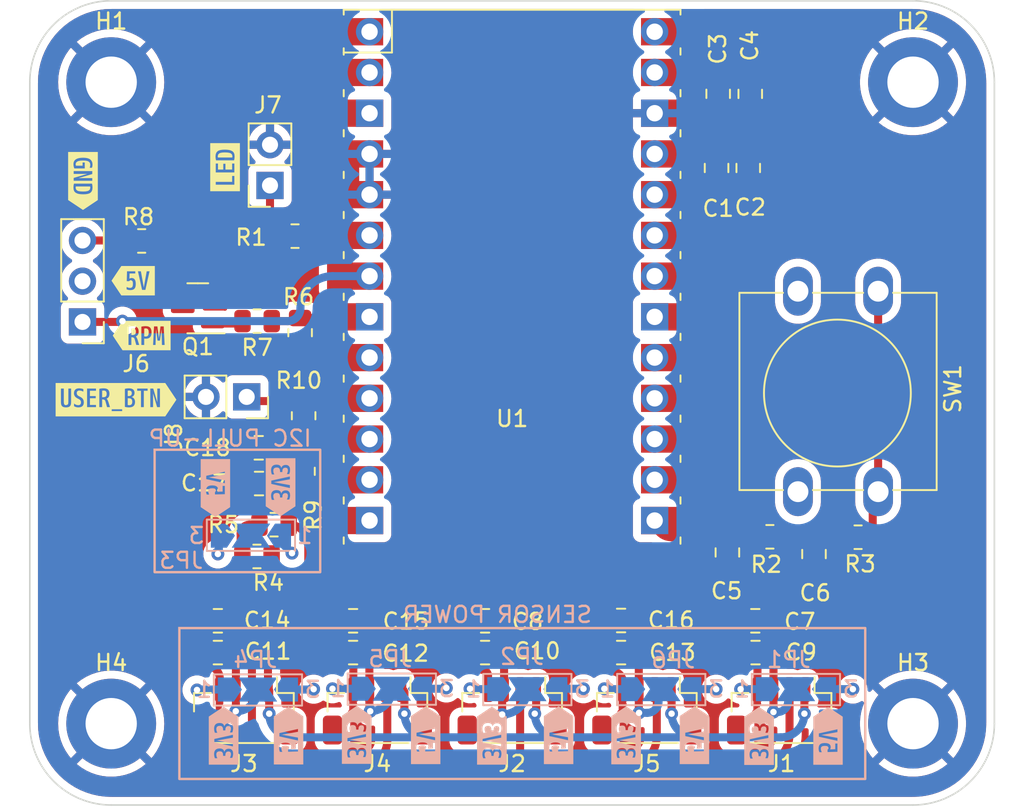
<source format=kicad_pcb>
(kicad_pcb (version 20211014) (generator pcbnew)
  (layers (0 "F.Cu" signal) (1 "In1.Cu" signal) (2 "In2.Cu" signal) (31 "B.Cu" signal) (34 "B.Paste" user) (35 "F.Paste" user) (36 "B.SilkS" user "B.Silkscreen") (37 "F.SilkS" user "F.Silkscreen") (38 "B.Mask" user) (39 "F.Mask" user) (44 "Edge.Cuts" user))
  (net 0 "")
  (net 1 "+3V3")
  (net 2 "GND")
  (net 3 "VBUS")
  (net 4 "Net-(C7-Pad1)")
  (net 5 "Net-(C12-Pad1)")
  (net 6 "Net-(C10-Pad1)")
  (net 7 "Net-(C11-Pad1)")
  (net 8 "Net-(C5-Pad1)")
  (net 9 "Net-(U1-Pad13)")
  (net 13 "Net-(C18-Pad1)")
  (net 14 "Net-(Q1-Pad1)")
  (net 19 "Net-(U1-Pad7)")
  (net 20 "Net-(R8-Pad2)")
  (net 30 "Net-(C6-Pad1)")
  (net 31 "Net-(C13-Pad1)")
  (net 32 "/I2C/I2C.SDA")
  (net 33 "/I2C/I2C.SCL")
  (net 34 "Net-(R3-Pad2)")
  (net 35 "Net-(R1-Pad2)")
  (net 36 "Net-(J8-Pad1)")
  (net 37 "Net-(JP3-Pad2)")
  (net 38 "Net-(Q1-Pad3)")
  (net 39 "Net-(R1-Pad1)")
  (net 40 "Net-(R6-Pad2)")
  (footprint "Capacitor_SMD:C_0805_2012Metric" (layer "F.Cu") (at 104.2162 70.0278 180)
    (fp_text reference "C17")
    (fp_text value "1u")
  )
  (footprint "Capacitor_SMD:C_0805_2012Metric" (layer "F.Cu") (at 135.1636 78.5876 180)
    (fp_text reference "C7")
    (fp_text value "10u")
  )
  (footprint "MountingHole:MountingHole_3.2mm_M3_DIN965_Pad" (layer "F.Cu") (at 145 85)
    (fp_text reference "H3")
    (fp_text value "MountingHole_Pad")
  )
  (footprint "Capacitor_SMD:C_0805_2012Metric" (layer "F.Cu") (at 132.75 50.35 90)
    (fp_text reference "C1")
    (fp_text value "1u")
  )
  (footprint "Connector_JST:JST_SH_BM04B-SRSS-TB_1x04-1MP_P1.00mm_Vertical" (layer "F.Cu") (at 136.8 84.2 180)
    (fp_text reference "J1")
    (fp_text value "Conn_01x04")
  )
  (footprint "Connector_JST:JST_SH_BM04B-SRSS-TB_1x04-1MP_P1.00mm_Vertical" (layer "F.Cu") (at 128.4 84.2 180)
    (fp_text reference "J5")
    (fp_text value "Conn_01x04")
  )
  (footprint "Capacitor_SMD:C_0805_2012Metric" (layer "F.Cu") (at 118.3132 80.5688 180)
    (fp_text reference "C10")
    (fp_text value "1u")
  )
  (footprint "kibuzzard-637AF59B" (layer "F.Cu") (at 95.3 64.8)
    (fp_text reference "kibuzzard-637AF59B" hide)
    (fp_text value "G***" hide)
  )
  (footprint "Resistor_SMD:R_0805_2012Metric" (layer "F.Cu") (at 104.0892 74.5744)
    (fp_text reference "R4")
    (fp_text value "4.7K")
  )
  (footprint "MountingHole:MountingHole_3.2mm_M3_DIN965_Pad" (layer "F.Cu") (at 95 85)
    (fp_text reference "H4")
    (fp_text value "MountingHole_Pad")
  )
  (footprint "Connector_JST:JST_SH_BM04B-SRSS-TB_1x04-1MP_P1.00mm_Vertical" (layer "F.Cu") (at 120 84.2 180)
    (fp_text reference "J2")
    (fp_text value "Conn_01x04")
  )
  (footprint "Capacitor_SMD:C_0805_2012Metric" (layer "F.Cu") (at 138.825 74.425 -90)
    (fp_text reference "C6")
    (fp_text value "1u")
  )
  (footprint "Capacitor_SMD:C_0805_2012Metric" (layer "F.Cu") (at 101.6508 80.5688 180)
    (fp_text reference "C11")
    (fp_text value "1u")
  )
  (footprint "Capacitor_SMD:C_0805_2012Metric" (layer "F.Cu") (at 104.2 67.8 180)
    (fp_text reference "C18")
    (fp_text value "1u")
  )
  (footprint "kibuzzard-637AF633" (layer "F.Cu") (at 96.9 60.8)
    (fp_text reference "kibuzzard-637AF633" hide)
    (fp_text value "G***" hide)
  )
  (footprint "Connector_JST:JST_SH_BM04B-SRSS-TB_1x04-1MP_P1.00mm_Vertical" (layer "F.Cu") (at 103.275 84.2 180)
    (fp_text reference "J3")
    (fp_text value "Conn_01x04")
  )
  (footprint "KB2040:RPi_KB2040_SMD_TH" (layer "F.Cu") (at 120 65.9844)
    (fp_text reference "U1")
    (fp_text value "KB2040")
  )
  (footprint "Resistor_SMD:R_0805_2012Metric" (layer "F.Cu") (at 106.78 60.62 90)
    (fp_text reference "R6")
    (fp_text value "1k")
  )
  (footprint "Resistor_SMD:R_0805_2012Metric" (layer "F.Cu") (at 136.075 73.35)
    (fp_text reference "R2")
    (fp_text value "10k")
  )
  (footprint "Capacitor_SMD:C_0805_2012Metric" (layer "F.Cu") (at 101.6508 78.5876 180)
    (fp_text reference "C14")
    (fp_text value "10u")
  )
  (footprint "Capacitor_SMD:C_0805_2012Metric" (layer "F.Cu") (at 134.725 50.35 90)
    (fp_text reference "C2")
    (fp_text value "10u")
  )
  (footprint "Connector_PinSocket_2.54mm:PinSocket_1x02_P2.54mm_Vertical" (layer "F.Cu") (at 104.9024 51.4404 180)
    (fp_text reference "J7")
    (fp_text value "LED")
  )
  (footprint "MountingHole:MountingHole_3.2mm_M3_DIN965_Pad" (layer "F.Cu") (at 95 45)
    (fp_text reference "H1")
    (fp_text value "MountingHole_Pad")
  )
  (footprint "Capacitor_SMD:C_0805_2012Metric" (layer "F.Cu") (at 110.0836 80.5688 180)
    (fp_text reference "C12")
    (fp_text value "1u")
  )
  (footprint "Connector_JST:JST_SH_BM04B-SRSS-TB_1x04-1MP_P1.00mm_Vertical" (layer "F.Cu") (at 111.6 84.2 180)
    (fp_text reference "J4")
    (fp_text value "Conn_01x04")
  )
  (footprint "kibuzzard-6378F2ED" (layer "F.Cu") (at 93.24 51.16 -90)
    (fp_text reference "kibuzzard-6378F2ED" hide)
    (fp_text value "G***" hide)
  )
  (footprint "Resistor_SMD:R_0805_2012Metric" (layer "F.Cu") (at 107 65.8 90)
    (fp_text reference "R10")
    (fp_text value "10k")
  )
  (footprint "Capacitor_SMD:C_0805_2012Metric" (layer "F.Cu") (at 133.425 74.325 -90)
    (fp_text reference "C5")
    (fp_text value "1u")
  )
  (footprint "MountingHole:MountingHole_3.2mm_M3_DIN965_Pad" (layer "F.Cu") (at 145 45)
    (fp_text reference "H2")
    (fp_text value "MountingHole_Pad")
  )
  (footprint "Resistor_SMD:R_0805_2012Metric" (layer "F.Cu") (at 106.9594 69.2658 90)
    (fp_text reference "R9")
    (fp_text value "10k")
  )
  (footprint "Capacitor_SMD:C_0805_2012Metric" (layer "F.Cu") (at 118.3132 78.5876 180)
    (fp_text reference "C8")
    (fp_text value "10u")
  )
  (footprint "kibuzzard-6378F316" (layer "F.Cu") (at 96.37 57.38)
    (fp_text reference "kibuzzard-6378F316" hide)
    (fp_text value "G***" hide)
  )
  (footprint "Capacitor_SMD:C_0805_2012Metric" (layer "F.Cu") (at 135.1788 80.5688 180)
    (fp_text reference "C9")
    (fp_text value "1u")
  )
  (footprint "Resistor_SMD:R_0805_2012Metric" (layer "F.Cu") (at 104.1 59.9 180)
    (fp_text reference "R7")
    (fp_text value "1k")
  )
  (footprint "Connector_PinSocket_2.54mm:PinSocket_1x02_P2.54mm_Vertical" (layer "F.Cu") (at 103.45 64.625 -90)
    (fp_text reference "J8")
    (fp_text value "USER BUTTON")
  )
  (footprint "Connector_PinHeader_2.54mm:PinHeader_1x03_P2.54mm_Vertical" (layer "F.Cu") (at 93.21 59.95 180)
    (fp_text reference "J6")
    (fp_text value "Conn_01x03")
  )
  (footprint "Button_Switch_THT:SW_PUSH-12mm" (layer "F.Cu") (at 142.825 58.035 -90)
    (fp_text reference "SW1")
    (fp_text value "SW_Push")
  )
  (footprint "Capacitor_SMD:C_0805_2012Metric" (layer "F.Cu") (at 126.7968 80.5688 180)
    (fp_text reference "C13")
    (fp_text value "1u")
  )
  (footprint "Resistor_SMD:R_0805_2012Metric" (layer "F.Cu") (at 96.9 54.9 180)
    (fp_text reference "R8")
    (fp_text value "1k")
  )
  (footprint "Capacitor_SMD:C_0805_2012Metric" (layer "F.Cu") (at 110.0836 78.5876 180)
    (fp_text reference "C15")
    (fp_text value "10u")
  )
  (footprint "Package_TO_SOT_SMD:SOT-23" (layer "F.Cu") (at 100.4 59.1 180)
    (fp_text reference "Q1")
    (fp_text value "BSS138")
  )
  (footprint "Resistor_SMD:R_0805_2012Metric" (layer "F.Cu") (at 105.156 72.5932)
    (fp_text reference "R5")
    (fp_text value "4.7K")
  )
  (footprint "Resistor_SMD:R_0805_2012Metric" (layer "F.Cu") (at 106.4625 54.6 180)
    (fp_text reference "R1")
    (fp_text value "500")
  )
  (footprint "Capacitor_SMD:C_0805_2012Metric" (layer "F.Cu") (at 126.7968 78.5688 180)
    (fp_text reference "C16")
    (fp_text value "10u")
  )
  (footprint "Capacitor_SMD:C_0805_2012Metric" (layer "F.Cu") (at 132.85 45.725 -90)
    (fp_text reference "C3")
    (fp_text value "1u")
  )
  (footprint "Resistor_SMD:R_0805_2012Metric" (layer "F.Cu") (at 141.575 73.375)
    (fp_text reference "R3")
    (fp_text value "10k")
  )
  (footprint "Capacitor_SMD:C_0805_2012Metric" (layer "F.Cu") (at 134.85 45.73 -90)
    (fp_text reference "C4")
    (fp_text value "10u")
  )
  (footprint "kibuzzard-637AF646" (layer "F.Cu") (at 102.1 50.3 90)
    (fp_text reference "kibuzzard-637AF646" hide)
    (fp_text value "G***" hide)
  )
  (footprint "kibuzzard-6378EBEC" (layer "B.Cu") (at 139.7 85.76 90)
    (fp_text reference "kibuzzard-6378EBEC" hide)
    (fp_text value "G***" hide)
  )
  (footprint "kibuzzard-6378EB76" (layer "B.Cu") (at 110.31 85.7 90)
    (fp_text reference "kibuzzard-6378EB76" hide)
    (fp_text value "G***" hide)
  )
  (footprint "kibuzzard-6378EB76" (layer "B.Cu") (at 127.11 85.73 90)
    (fp_text reference "kibuzzard-6378EB76" hide)
    (fp_text value "G***" hide)
  )
  (footprint "kibuzzard-6378EB76" (layer "B.Cu") (at 118.74 85.75 90)
    (fp_text reference "kibuzzard-6378EB76" hide)
    (fp_text value "G***" hide)
  )
  (footprint "Jumper:SolderJumper-3_P2.0mm_Open_TrianglePad1.0x1.5mm_NumberLabels" (layer "B.Cu") (at 103.7136 73.279 180)
    (fp_text reference "JP3")
    (fp_text value "SolderJumper_3_Open")
  )
  (footprint "Jumper:SolderJumper-3_P2.0mm_Open_TrianglePad1.0x1.5mm_NumberLabels" (layer "B.Cu") (at 129.3 82.85)
    (fp_text reference "JP6")
    (fp_text value "SolderJumper_3_Open")
  )
  (footprint "kibuzzard-6378F9DB" (layer "B.Cu") (at 105.5624 70.2564 90)
    (fp_text reference "kibuzzard-6378F9DB" hide)
    (fp_text value "G***" hide)
  )
  (footprint "kibuzzard-6378EBEC" (layer "B.Cu") (at 114.61 85.72 90)
    (fp_text reference "kibuzzard-6378EBEC" hide)
    (fp_text value "G***" hide)
  )
  (footprint "Jumper:SolderJumper-3_P2.0mm_Open_TrianglePad1.0x1.5mm_NumberLabels" (layer "B.Cu") (at 112.5 82.825)
    (fp_text reference "JP5")
    (fp_text value "SolderJumper_3_Open")
  )
  (footprint "Jumper:SolderJumper-3_P2.0mm_Open_TrianglePad1.0x1.5mm_NumberLabels" (layer "B.Cu") (at 104.15 82.875)
    (fp_text reference "JP4")
    (fp_text value "SolderJumper_3_Open")
  )
  (footprint "kibuzzard-6378EBEC" (layer "B.Cu") (at 122.9 85.72 90)
    (fp_text reference "kibuzzard-6378EBEC" hide)
    (fp_text value "G***" hide)
  )
  (footprint "kibuzzard-6378EB76" (layer "B.Cu") (at 102.01 85.75 90)
    (fp_text reference "kibuzzard-6378EB76" hide)
    (fp_text value "G***" hide)
  )
  (footprint "kibuzzard-6378EBEC" (layer "B.Cu") (at 131.37 85.72 90)
    (fp_text reference "kibuzzard-6378EBEC" hide)
    (fp_text value "G***" hide)
  )
  (footprint "kibuzzard-6378EB76" (layer "B.Cu") (at 135.4 85.77 90)
    (fp_text reference "kibuzzard-6378EB76" hide)
    (fp_text value "G***" hide)
  )
  (footprint "Jumper:SolderJumper-3_P2.0mm_Open_TrianglePad1.0x1.5mm_NumberLabels" (layer "B.Cu") (at 137.7 82.85)
    (fp_text reference "JP1")
    (fp_text value "SolderJumper_3_Open")
  )
  (footprint "kibuzzard-6378ECA4" (layer "B.Cu") (at 101.4984 70.3072 90)
    (fp_text reference "kibuzzard-6378ECA4" hide)
    (fp_text value "G***" hide)
  )
  (footprint "Jumper:SolderJumper-3_P2.0mm_Open_TrianglePad1.0x1.5mm_NumberLabels" (layer "B.Cu") (at 120.95 82.85)
    (fp_text reference "JP2")
    (fp_text value "SolderJumper_3_Open")
  )
  (footprint "kibuzzard-6378EBEC" (layer "B.Cu") (at 106.06 85.74 90)
    (fp_text reference "kibuzzard-6378EBEC" hide)
    (fp_text value "G***" hide)
  )
  (gr_rect (start 99.25 79.04) (end 142.02 88.45) (layer "B.SilkS") (width 0.15) (fill none))
  (gr_rect (start 97.7072 67.9196) (end 108.0328 75.554) (layer "B.SilkS") (width 0.15) (fill none))
  (gr_line (start 145 90.075) (end 95 90.075) (layer "Edge.Cuts") (width 0.1))
  (gr_arc (start 150.075 85) (mid 148.588567 88.588567) (end 145 90.075) (layer "Edge.Cuts") (width 0.1))
  (gr_arc (start 95 90.075) (mid 91.411433 88.588567) (end 89.925 85) (layer "Edge.Cuts") (width 0.1))
  (gr_line (start 89.925 85) (end 89.925 45) (layer "Edge.Cuts") (width 0.1))
  (gr_line (start 150.075 45) (end 150.075 85) (layer "Edge.Cuts") (width 0.1))
  (gr_arc (start 89.925 45) (mid 91.411433 41.411433) (end 95 39.925) (layer "Edge.Cuts") (width 0.1))
  (gr_line (start 95 39.925) (end 145 39.925) (layer "Edge.Cuts") (width 0.1))
  (gr_arc (start 145 39.925) (mid 148.588567 41.411433) (end 150.075 45) (layer "Edge.Cuts") (width 0.1))
  (gr_text "SENSOR POWER" (at 119.09 78.2) (layer "B.SilkS") (effects (font (size 1 1)) (justify mirror)))
  (gr_text "I2C PULL-UP" (at 102.4128 67.2084) (layer "B.SilkS") (effects (font (size 1 1)) (justify mirror)))
  (segment (start 128.89 52.0144) (end 132.0356 52.0144) (width 0.5) (layer "F.Cu") (net 1))
  (segment (start 132.75 51.3) (end 134.725 51.3) (width 0.5) (layer "F.Cu") (net 1))
  (via (at 125.75 82.825) (size 0.8) (drill 0.4) (layers "F.Cu" "B.Cu") (net 1))
  (via (at 134.25 82.85) (size 0.8) (drill 0.4) (layers "F.Cu" "B.Cu") (net 1))
  (via (at 108.8 82.825) (size 0.8) (drill 0.4) (layers "F.Cu" "B.Cu") (net 1))
  (via (at 106.2736 74.3712) (size 0.8) (drill 0.4) (layers "F.Cu" "B.Cu") (net 1))
  (via (at 100.35 82.9) (size 0.8) (drill 0.4) (layers "F.Cu" "B.Cu") (net 1))
  (via (at 117.375 82.825) (size 0.8) (drill 0.4) (layers "F.Cu" "B.Cu") (net 1))
  (arc (start 132.0356 52.0144) (mid 132.540757 51.805157) (end 132.75 51.3) (width 0.5) (layer "F.Cu") (net 1))
  (segment (start 127.3 82.85) (end 125.775 82.85) (width 0.5) (layer "B.Cu") (net 1))
  (segment (start 118.95 82.85) (end 117.4 82.85) (width 0.5) (layer "B.Cu") (net 1))
  (segment (start 110.5 82.825) (end 108.8 82.825) (width 0.5) (layer "B.Cu") (net 1))
  (segment (start 105.7136 73.8112) (end 106.2736 74.3712) (width 0.5) (layer "B.Cu") (net 1))
  (segment (start 135.7 82.85) (end 134.25 82.85) (width 0.5) (layer "B.Cu") (net 1))
  (segment (start 102.15 82.875) (end 100.375 82.875) (width 0.5) (layer "B.Cu") (net 1))
  (segment (start 105.7136 73.279) (end 105.7136 73.8112) (width 0.5) (layer "B.Cu") (net 1))
  (arc (start 125.775 82.85) (mid 125.757322 82.842678) (end 125.75 82.825) (width 0.5) (layer "B.Cu") (net 1))
  (arc (start 100.375 82.875) (mid 100.357322 82.882322) (end 100.35 82.9) (width 0.5) (layer "B.Cu") (net 1))
  (arc (start 117.4 82.85) (mid 117.382322 82.842678) (end 117.375 82.825) (width 0.5) (layer "B.Cu") (net 1))
  (segment (start 125.8468 81.346) (end 125.8468 80.5688) (width 0.5) (layer "F.Cu") (net 2))
  (segment (start 117.3632 80.8888) (end 117.3632 80.5688) (width 0.5) (layer "F.Cu") (net 2))
  (segment (start 118.5 82.875) (end 118.5 82.0256) (width 0.5) (layer "F.Cu") (net 2))
  (segment (start 100.7008 81.1428) (end 100.7008 80.5688) (width 0.5) (layer "F.Cu") (net 2))
  (segment (start 110.1 82.875) (end 110.1 81.5352) (width 0.5) (layer "F.Cu") (net 2))
  (segment (start 135.3 82.875) (end 135.3 81.6044) (width 0.5) (layer "F.Cu") (net 2))
  (segment (start 101.775 82.875) (end 101.775 82.217) (width 0.5) (layer "F.Cu") (net 2))
  (segment (start 126.9 82.875) (end 126.9 82.3992) (width 0.5) (layer "F.Cu") (net 2))
  (arc (start 110.1 81.5352) (mid 109.816948 80.851852) (end 109.1336 80.5688) (width 0.5) (layer "F.Cu") (net 2))
  (arc (start 118.5 82.0256) (mid 118.385772 81.749828) (end 118.11 81.6356) (width 0.5) (layer "F.Cu") (net 2))
  (arc (start 101.775 82.217) (mid 101.530317 81.626283) (end 100.9396 81.3816) (width 0.5) (layer "F.Cu") (net 2))
  (arc (start 126.238 81.7372) (mid 125.96138 81.62262) (end 125.8468 81.346) (width 0.5) (layer "F.Cu") (net 2))
  (arc (start 135.3 81.6044) (mid 135.14547 81.23133) (end 134.7724 81.0768) (width 0.5) (layer "F.Cu") (net 2))
  (arc (start 118.11 81.6356) (mid 117.581933 81.416867) (end 117.3632 80.8888) (width 0.5) (layer "F.Cu") (net 2))
  (arc (start 100.9396 81.3816) (mid 100.770743 81.311657) (end 100.7008 81.1428) (width 0.5) (layer "F.Cu") (net 2))
  (arc (start 126.9 82.3992) (mid 126.706105 81.931095) (end 126.238 81.7372) (width 0.5) (layer "F.Cu") (net 2))
  (segment (start 132.85 44.775) (end 134.845 44.775) (width 0.5) (layer "F.Cu") (net 3))
  (segment (start 135.545 44.78) (end 134.85 44.78) (width 0.5) (layer "F.Cu") (net 3))
  (segment (start 128.89 44.3944) (end 135.2694 44.3944) (width 0.5) (layer "F.Cu") (net 3))
  (via (at 115.9 82.775) (size 0.8) (drill 0.4) (layers "F.Cu" "B.Cu") (net 3))
  (via (at 107.625 82.85) (size 0.8) (drill 0.4) (layers "F.Cu" "B.Cu") (net 3))
  (via (at 132.725 82.85) (size 0.8) (drill 0.4) (layers "F.Cu" "B.Cu") (net 3))
  (via (at 124.45 82.825) (size 0.8) (drill 0.4) (layers "F.Cu" "B.Cu") (net 3))
  (via (at 101.6508 74.422) (size 0.8) (drill 0.4) (layers "F.Cu" "B.Cu") (net 3))
  (via (at 141.25 82.85) (size 0.8) (drill 0.4) (layers "F.Cu" "B.Cu") (net 3))
  (arc (start 134.845 44.775) (mid 134.848536 44.776464) (end 134.85 44.78) (width 0.5) (layer "F.Cu") (net 3))
  (arc (start 135.2694 44.3944) (mid 135.50317 44.49123) (end 135.6 44.725) (width 0.5) (layer "F.Cu") (net 3))
  (arc (start 135.6 44.725) (mid 135.583891 44.763891) (end 135.545 44.78) (width 0.5) (layer "F.Cu") (net 3))
  (segment (start 106.15 82.875) (end 107.6 82.875) (width 0.5) (layer "B.Cu") (net 3))
  (segment (start 122.975 82.825) (end 124.45 82.825) (width 0.5) (layer "B.Cu") (net 3))
  (segment (start 139.7 82.85) (end 141.25 82.85) (width 0.5) (layer "B.Cu") (net 3))
  (segment (start 101.7136 73.279) (end 101.7136 74.3592) (width 0.5) (layer "B.Cu") (net 3))
  (segment (start 101.7136 74.3592) (end 101.6508 74.422) (width 0.5) (layer "B.Cu") (net 3))
  (segment (start 114.5 82.825) (end 115.85 82.825) (width 0.5) (layer "B.Cu") (net 3))
  (segment (start 131.3 82.85) (end 132.725 82.85) (width 0.5) (layer "B.Cu") (net 3))
  (arc (start 107.6 82.875) (mid 107.617678 82.867678) (end 107.625 82.85) (width 0.5) (layer "B.Cu") (net 3))
  (arc (start 115.85 82.825) (mid 115.885355 82.810355) (end 115.9 82.775) (width 0.5) (layer "B.Cu") (net 3))
  (arc (start 122.95 82.85) (mid 122.957322 82.832322) (end 122.975 82.825) (width 0.5) (layer "B.Cu") (net 3))
  (segment (start 136.3 82.875) (end 136.3 84.2736) (width 0.5) (layer "F.Cu") (net 4))
  (segment (start 136.3 82.875) (end 136.3 78.774) (width 0.5) (layer "F.Cu") (net 4))
  (via (at 136.2964 84.2772) (size 0.8) (drill 0.4) (layers "F.Cu" "B.Cu") (net 4))
  (arc (start 136.3 78.774) (mid 136.245405 78.642195) (end 136.1136 78.5876) (width 0.5) (layer "F.Cu") (net 4))
  (arc (start 136.3 84.2736) (mid 136.298946 84.276146) (end 136.2964 84.2772) (width 0.5) (layer "F.Cu") (net 4))
  (segment (start 136.2964 84.2772) (end 136.5504 84.2772) (width 0.5) (layer "B.Cu") (net 4))
  (arc (start 136.5504 84.2772) (mid 137.017373 84.083773) (end 137.2108 83.6168) (width 0.5) (layer "B.Cu") (net 4))
  (segment (start 111.1 82.875) (end 111.1 78.654) (width 0.5) (layer "F.Cu") (net 5))
  (segment (start 111.1 82.875) (end 111.1 84.176) (width 0.5) (layer "F.Cu") (net 5))
  (via (at 111.1504 84.2264) (size 0.8) (drill 0.4) (layers "F.Cu" "B.Cu") (net 5))
  (arc (start 111.1 78.654) (mid 111.080552 78.607048) (end 111.0336 78.5876) (width 0.5) (layer "F.Cu") (net 5))
  (arc (start 111.1 84.176) (mid 111.114762 84.211638) (end 111.1504 84.2264) (width 0.5) (layer "F.Cu") (net 5))
  (segment (start 112.5 82.8768) (end 112.5 82.825) (width 0.5) (layer "B.Cu") (net 5))
  (arc (start 111.1504 84.2264) (mid 112.104711 83.831111) (end 112.5 82.8768) (width 0.5) (layer "B.Cu") (net 5))
  (segment (start 119.5 82.875) (end 119.5 78.8244) (width 0.5) (layer "F.Cu") (net 6))
  (segment (start 119.38 84.4296) (end 119.38 82.995) (width 0.5) (layer "F.Cu") (net 6))
  (via (at 119.38 84.4296) (size 0.8) (drill 0.4) (layers "F.Cu" "B.Cu") (net 6))
  (arc (start 119.38 82.995) (mid 119.415147 82.910147) (end 119.5 82.875) (width 0.5) (layer "F.Cu") (net 6))
  (arc (start 119.5 78.8244) (mid 119.430643 78.656957) (end 119.2632 78.5876) (width 0.5) (layer "F.Cu") (net 6))
  (segment (start 120.95 82.85) (end 120.95 82.8596) (width 0.5) (layer "B.Cu") (net 6))
  (arc (start 120.95 82.8596) (mid 120.490158 83.969758) (end 119.38 84.4296) (width 0.5) (layer "B.Cu") (net 6))
  (segment (start 102.775 82.875) (end 102.775 78.7618) (width 0.5) (layer "F.Cu") (net 7))
  (segment (start 102.775 82.875) (end 102.775 84.2198) (width 0.5) (layer "F.Cu") (net 7))
  (via (at 102.7684 84.2264) (size 0.8) (drill 0.4) (layers "F.Cu" "B.Cu") (net 7))
  (arc (start 102.775 78.7618) (mid 102.723978 78.638622) (end 102.6008 78.5876) (width 0.5) (layer "F.Cu") (net 7))
  (arc (start 102.775 84.2198) (mid 102.773067 84.224467) (end 102.7684 84.2264) (width 0.5) (layer "F.Cu") (net 7))
  (segment (start 102.7684 84.2264) (end 102.7986 84.2264) (width 0.5) (layer "B.Cu") (net 7))
  (arc (start 102.7986 84.2264) (mid 103.754184 83.830584) (end 104.15 82.875) (width 0.5) (layer "B.Cu") (net 7))
  (segment (start 133.425 73.375) (end 135.1375 73.375) (width 0.5) (layer "F.Cu") (net 8))
  (segment (start 129.9306 73.375) (end 133.425 73.375) (width 0.5) (layer "F.Cu") (net 8))
  (arc (start 135.1375 73.375) (mid 135.155178 73.367678) (end 135.1625 73.35) (width 0.5) (layer "F.Cu") (net 8))
  (arc (start 128.89 72.3344) (mid 129.194785 73.070215) (end 129.9306 73.375) (width 0.5) (layer "F.Cu") (net 8))
  (segment (start 106.9594 70.1783) (end 105.3167 70.1783) (width 0.5) (layer "F.Cu") (net 9))
  (segment (start 111.11 72.3344) (end 109.1155 72.3344) (width 0.5) (layer "F.Cu") (net 9))
  (arc (start 109.1155 72.3344) (mid 107.590907 71.702893) (end 106.9594 70.1783) (width 0.5) (layer "F.Cu") (net 9))
  (arc (start 105.3167 70.1783) (mid 105.21028 70.13422) (end 105.1662 70.0278) (width 0.5) (layer "F.Cu") (net 9))
  (segment (start 105.15 67.8) (end 106.7188 67.8) (width 0.5) (layer "F.Cu") (net 13))
  (segment (start 106.9594 67.5594) (end 106.9594 66.7531) (width 0.5) (layer "F.Cu") (net 13))
  (segment (start 106.9594 68.3533) (end 106.9594 67.5594) (width 0.5) (layer "F.Cu") (net 13))
  (arc (start 106.7188 67.8) (mid 106.88893 67.72953) (end 106.9594 67.5594) (width 0.5) (layer "F.Cu") (net 13))
  (arc (start 106.9594 66.7531) (mid 106.971291 66.724391) (end 107 66.7125) (width 0.5) (layer "F.Cu") (net 13))
  (segment (start 101.3375 60.05) (end 103.0375 60.05) (width 0.5) (layer "F.Cu") (net 14))
  (arc (start 103.0375 60.05) (mid 103.143566 60.006066) (end 103.1875 59.9) (width 0.5) (layer "F.Cu") (net 14))
  (segment (start 93.21 59.95) (end 95.65 59.95) (width 0.5) (layer "F.Cu") (net 19))
  (via (at 95.7 59.9) (size 0.8) (drill 0.4) (layers "F.Cu" "B.Cu") (net 19))
  (arc (start 95.65 59.95) (mid 95.685355 59.935355) (end 95.7 59.9) (width 0.5) (layer "F.Cu") (net 19))
  (segment (start 108.8056 57.0944) (end 111.11 57.0944) (width 0.5) (layer "B.Cu") (net 19))
  (segment (start 95.7 59.9) (end 106 59.9) (width 0.5) (layer "B.Cu") (net 19))
  (arc (start 106 59.9) (mid 106.565685 59.665685) (end 106.8 59.1) (width 0.5) (layer "B.Cu") (net 19))
  (arc (start 106.8 59.1) (mid 107.387427 57.681827) (end 108.8056 57.0944) (width 0.5) (layer "B.Cu") (net 19))
  (segment (start 93.21 54.87) (end 95.9575 54.87) (width 0.5) (layer "F.Cu") (net 20))
  (arc (start 95.9575 54.87) (mid 95.978713 54.878787) (end 95.9875 54.9) (width 0.5) (layer "F.Cu") (net 20))
  (segment (start 136.9875 73.35) (end 140.6375 73.35) (width 0.5) (layer "F.Cu") (net 30))
  (arc (start 140.6375 73.35) (mid 140.655178 73.357322) (end 140.6625 73.375) (width 0.5) (layer "F.Cu") (net 30))
  (segment (start 127.9 82.875) (end 127.9 84.3136) (width 0.5) (layer "F.Cu") (net 31))
  (segment (start 127.9 82.875) (end 127.9 78.722) (width 0.5) (layer "F.Cu") (net 31))
  (via (at 127.9144 84.328) (size 0.8) (drill 0.4) (layers "F.Cu" "B.Cu") (net 31))
  (arc (start 127.9 84.3136) (mid 127.904218 84.323782) (end 127.9144 84.328) (width 0.5) (layer "F.Cu") (net 31))
  (arc (start 127.9 78.722) (mid 127.855129 78.613671) (end 127.7468 78.5688) (width 0.5) (layer "F.Cu") (net 31))
  (segment (start 127.9144 84.328) (end 128.4224 84.328) (width 0.5) (layer "B.Cu") (net 31))
  (arc (start 128.4224 84.328) (mid 128.925294 84.119694) (end 129.1336 83.6168) (width 0.5) (layer "B.Cu") (net 31))
  (segment (start 112.216577 82.991577) (end 112.1 82.875) (width 0.5) (layer "F.Cu") (net 32))
  (segment (start 103.775 76.6666) (end 103.775 82.875) (width 0.5) (layer "F.Cu") (net 32))
  (segment (start 108.6104 87.63) (end 110.6424 87.63) (width 0.5) (layer "F.Cu") (net 32))
  (segment (start 137.3 85.6612) (end 137.3 82.875) (width 0.5) (layer "F.Cu") (net 32))
  (segment (start 105.0017 74.5744) (end 105.0017 75.4399) (width 0.5) (layer "F.Cu") (net 32))
  (segment (start 126.0348 87.63) (end 127.2032 87.63) (width 0.5) (layer "F.Cu") (net 32))
  (segment (start 110.6424 87.63) (end 119.888 87.63) (width 0.5) (layer "F.Cu") (net 32))
  (segment (start 105.2068 87.63) (end 108.6104 87.63) (width 0.5) (layer "F.Cu") (net 32))
  (segment (start 129.023329 82.998329) (end 128.9 82.875) (width 0.5) (layer "F.Cu") (net 32))
  (segment (start 103.775 82.875) (end 103.775 86.1982) (width 0.5) (layer "F.Cu") (net 32))
  (segment (start 112.216577 86.055823) (end 112.216577 82.991577) (width 0.5) (layer "F.Cu") (net 32))
  (segment (start 127.2032 87.63) (end 135.3312 87.63) (width 0.5) (layer "F.Cu") (net 32))
  (segment (start 129.023329 85.809871) (end 129.023329 82.998329) (width 0.5) (layer "F.Cu") (net 32))
  (segment (start 120.5 87.018) (end 120.5 82.875) (width 0.5) (layer "F.Cu") (net 32))
  (segment (start 119.888 87.63) (end 126.0348 87.63) (width 0.5) (layer "F.Cu") (net 32))
  (arc (start 135.3312 87.63) (mid 136.723352 87.053352) (end 137.3 85.6612) (width 0.5) (layer "F.Cu") (net 32))
  (arc (start 103.7844 86.2076) (mid 104.201011 87.213389) (end 105.2068 87.63) (width 0.5) (layer "F.Cu") (net 32))
  (arc (start 110.6424 87.63) (mid 111.755511 87.168934) (end 112.216577 86.055823) (width 0.5) (layer "F.Cu") (net 32))
  (arc (start 105.0017 75.4399) (mid 104.823709 75.869609) (end 104.394 76.0476) (width 0.5) (layer "F.Cu") (net 32))
  (arc (start 119.888 87.63) (mid 120.320749 87.450749) (end 120.5 87.018) (width 0.5) (layer "F.Cu") (net 32))
  (arc (start 103.775 86.1982) (mid 103.777753 86.204847) (end 103.7844 86.2076) (width 0.5) (layer "F.Cu") (net 32))
  (arc (start 127.2032 87.63) (mid 128.490226 87.096897) (end 129.023329 85.809871) (width 0.5) (layer "F.Cu") (net 32))
  (arc (start 104.394 76.0476) (mid 103.956301 76.228901) (end 103.775 76.6666) (width 0.5) (layer "F.Cu") (net 32))
  (segment (start 113.284 84.3788) (end 113.284 83.059) (width 0.5) (layer "F.Cu") (net 33))
  (segment (start 138.2268 84.3788) (end 138.2268 82.9482) (width 0.5) (layer "F.Cu") (net 33))
  (segment (start 104.8512 84.3788) (end 104.8512 82.9512) (width 0.5) (layer "F.Cu") (net 33))
  (segment (start 121.5 82.875) (end 121.5 84.2908) (width 0.5) (layer "F.Cu") (net 33))
  (segment (start 104.775 82.875) (end 104.775 78.0034) (width 0.5) (layer "F.Cu") (net 33))
  (segment (start 107.2896 75.4888) (end 107.2896 73.8124) (width 0.5) (layer "F.Cu") (net 33))
  (segment (start 129.9464 84.3788) (end 129.9464 82.9214) (width 0.5) (layer "F.Cu") (net 33))
  (segment (start 106.0704 72.5932) (end 106.0685 72.5932) (width 0.5) (layer "F.Cu") (net 33))
  (via (at 138.2268 84.3788) (size 0.8) (drill 0.4) (layers "F.Cu" "B.Cu") (net 33))
  (via (at 129.9464 84.3788) (size 0.8) (drill 0.4) (layers "F.Cu" "B.Cu") (net 33))
  (via (at 104.8512 84.3788) (size 0.8) (drill 0.4) (layers "F.Cu" "B.Cu") (net 33))
  (via (at 113.284 84.3788) (size 0.8) (drill 0.4) (layers "F.Cu" "B.Cu") (net 33))
  (via (at 121.412 84.3788) (size 0.8) (drill 0.4) (layers "F.Cu" "B.Cu") (net 33))
  (arc (start 105.664 77.1144) (mid 106.813473 76.638273) (end 107.2896 75.4888) (width 0.5) (layer "F.Cu") (net 33))
  (arc (start 104.8512 82.9512) (mid 104.828882 82.897318) (end 104.775 82.875) (width 0.5) (layer "F.Cu") (net 33))
  (arc (start 113.284 83.059) (mid 113.230108 82.928892) (end 113.1 82.875) (width 0.5) (layer "F.Cu") (net 33))
  (arc (start 138.2268 82.9482) (mid 138.24824 82.89644) (end 138.3 82.875) (width 0.5) (layer "F.Cu") (net 33))
  (arc (start 104.775 78.0034) (mid 105.035382 77.374782) (end 105.664 77.1144) (width 0.5) (layer "F.Cu") (net 33))
  (arc (start 129.9464 82.9214) (mid 129.93281 82.88859) (end 129.9 82.875) (width 0.5) (layer "F.Cu") (net 33))
  (arc (start 121.5 84.2908) (mid 121.474225 84.353025) (end 121.412 84.3788) (width 0.5) (layer "F.Cu") (net 33))
  (arc (start 107.2896 73.8124) (mid 106.932505 72.950295) (end 106.0704 72.5932) (width 0.5) (layer "F.Cu") (net 33))
  (segment (start 106.3244 85.852) (end 114.7572 85.852) (width 0.5) (layer "B.Cu") (net 33))
  (segment (start 136.7536 85.852) (end 131.4196 85.852) (width 0.5) (layer "B.Cu") (net 33))
  (segment (start 122.8852 85.852) (end 114.7572 85.852) (width 0.5) (layer "B.Cu") (net 33))
  (segment (start 131.4196 85.852) (end 122.8852 85.852) (width 0.5) (layer "B.Cu") (net 33))
  (arc (start 114.7572 85.852) (mid 113.71549 85.42051) (end 113.284 84.3788) (width 0.5) (layer "B.Cu") (net 33))
  (arc (start 122.8852 85.852) (mid 121.84349 85.42051) (end 121.412 84.3788) (width 0.5) (layer "B.Cu") (net 33))
  (arc (start 104.8512 84.3788) (mid 105.28269 85.42051) (end 106.3244 85.852) (width 0.5) (layer "B.Cu") (net 33))
  (arc (start 138.2268 84.3788) (mid 137.79531 85.42051) (end 136.7536 85.852) (width 0.5) (layer "B.Cu") (net 33))
  (arc (start 131.4196 85.852) (mid 130.37789 85.42051) (end 129.9464 84.3788) (width 0.5) (layer "B.Cu") (net 33))
  (segment (start 142.825 58.035) (end 142.825 70.535) (width 0.5) (layer "F.Cu") (net 34))
  (segment (start 142.4875 73.375) (end 142.4875 70.8725) (width 0.5) (layer "F.Cu") (net 34))
  (arc (start 142.4875 70.8725) (mid 142.586351 70.633851) (end 142.825 70.535) (width 0.5) (layer "F.Cu") (net 34))
  (segment (start 104.9024 53.9524) (end 104.9024 51.4404) (width 0.5) (layer "F.Cu") (net 35))
  (arc (start 105.55 54.6) (mid 105.092078 54.410322) (end 104.9024 53.9524) (width 0.5) (layer "F.Cu") (net 35))
  (segment (start 107 64.8875) (end 103.7125 64.8875) (width 0.5) (layer "F.Cu") (net 36))
  (arc (start 103.7125 64.8875) (mid 103.526884 64.810616) (end 103.45 64.625) (width 0.5) (layer "F.Cu") (net 36))
  (segment (start 103.0732 73.152) (end 103.0732 74.4709) (width 0.5) (layer "F.Cu") (net 37))
  (segment (start 104.2435 72.5932) (end 103.632 72.5932) (width 0.5) (layer "F.Cu") (net 37))
  (arc (start 103.632 72.5932) (mid 103.236869 72.756869) (end 103.0732 73.152) (width 0.5) (layer "F.Cu") (net 37))
  (arc (start 103.0732 74.4709) (mid 103.103514 74.544086) (end 103.1767 74.5744) (width 0.5) (layer "F.Cu") (net 37))
  (segment (start 99.4625 56.55) (end 99.4625 59.1) (width 0.5) (layer "F.Cu") (net 38))
  (arc (start 97.8125 54.9) (mid 98.979226 55.383274) (end 99.4625 56.55) (width 0.5) (layer "F.Cu") (net 38))
  (segment (start 111.11 54.5544) (end 107.4206 54.5544) (width 0.5) (layer "F.Cu") (net 39))
  (arc (start 107.4206 54.5544) (mid 107.388356 54.567756) (end 107.375 54.6) (width 0.5) (layer "F.Cu") (net 39))
  (segment (start 105.0125 59.9) (end 106.5875 59.9) (width 0.5) (layer "F.Cu") (net 40))
  (segment (start 106.78 59.7075) (end 111.0369 59.7075) (width 0.5) (layer "F.Cu") (net 40))
  (arc (start 106.5875 59.9) (mid 106.723618 59.843618) (end 106.78 59.7075) (width 0.5) (layer "F.Cu") (net 40))
  (arc (start 111.0369 59.7075) (mid 111.08859 59.68609) (end 111.11 59.6344) (width 0.5) (layer "F.Cu") (net 40))
  (zone (net 2) (net_name "GND") (layers F&B.Cu) (connect_pads (clearance 0.508)) (min_thickness 0.254) (fill yes (thermal_gap 0.508) (thermal_bridge_width 0.508))
    (polygon (pts (xy 149.719 90.2061) (xy 89.544 90.2061) (xy 89.544 39.9803) (xy 149.719 39.9803)))
  )
)
</source>
